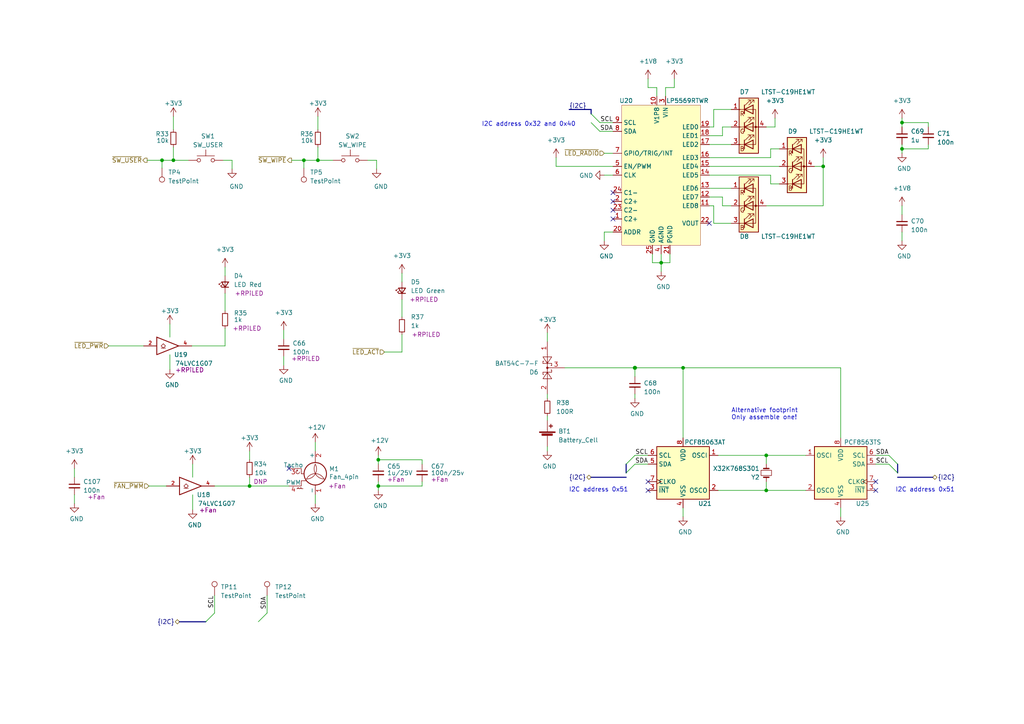
<source format=kicad_sch>
(kicad_sch (version 20210621) (generator eeschema)
  (paper "A4")
  (title_block (title "Control/RTC") (date "2021-01-12") (rev "0.1") (company "Nabu Casa") (comment 1 "www.nabucasa.com") (comment 2 "Light Blue"))
  (lib_symbols
    (symbol "74xGxx:74LVC1G07" (pin_names (offset 1.016))
      (property "Reference" "U" (at -2.54 3.81 0))
      (property "Value" "74LVC1G07" (at 0 -3.81 0))
      (symbol "74LVC1G07_0_1"
        (polyline (pts (xy -2.54 -0.635) (xy -1.27 -0.635)))
        (polyline (pts (xy -3.81 2.54) (xy -3.81 -2.54) (xy 2.54 0) (xy -3.81 2.54)) (stroke (width 0.254)))
        (polyline (pts (xy -1.905 0.635) (xy -2.54 0) (xy -1.905 -0.635) (xy -1.27 0) (xy -1.905 0.635)))
      )
      (symbol "74LVC1G07_1_1"
        (pin input line (at -7.62 0 0) (length 3.81) (name "~") (number "2"))
        (pin power_in line (at 0 -2.54 270) (length 0) hide (name "GND") (number "3"))
        (pin open_collector line (at 6.35 0 180) (length 3.81) (name "~") (number "4"))
        (pin power_in line (at 0 2.54 90) (length 0) hide (name "VCC") (number "5"))
      )
    )
    (symbol "Connector:TestPoint" (pin_numbers hide) (pin_names (offset 0.762) hide)
      (property "Reference" "TP" (at 0 6.858 0))
      (property "Value" "TestPoint" (at 0 5.08 0))
      (symbol "TestPoint_0_1"
        (circle (center 0 3.302) (radius 0.762))
      )
      (symbol "TestPoint_1_1"
        (pin passive line (at 0 0 90) (length 2.54) (name "1") (number "1"))
      )
    )
    (symbol "Device:Battery_Cell" (pin_numbers hide) (pin_names (offset 0) hide)
      (property "Reference" "BT" (at 2.54 2.54 0))
      (property "Value" "Battery_Cell" (at 2.54 0 0))
      (symbol "Battery_Cell_0_1"
        (rectangle (start -2.286 1.778) (end 2.286 1.524) (fill (type outline)))
        (rectangle (start -1.5748 1.1938) (end 1.4732 0.6858) (fill (type outline)))
        (polyline (pts (xy 0 0.762) (xy 0 0)))
        (polyline (pts (xy 0 1.778) (xy 0 2.54)))
        (polyline (pts (xy 0.508 3.429) (xy 1.524 3.429)) (stroke (width 0.254)))
        (polyline (pts (xy 1.016 3.937) (xy 1.016 2.921)) (stroke (width 0.254)))
      )
      (symbol "Battery_Cell_1_1"
        (pin passive line (at 0 5.08 270) (length 2.54) (name "+") (number "1"))
        (pin passive line (at 0 -2.54 90) (length 2.54) (name "-") (number "2"))
      )
    )
    (symbol "Device:C_Small" (pin_numbers hide) (pin_names (offset 0.254) hide)
      (property "Reference" "C" (at 0.254 1.778 0))
      (property "Value" "C_Small" (at 0.254 -2.032 0))
      (symbol "C_Small_0_1"
        (polyline (pts (xy -1.524 -0.508) (xy 1.524 -0.508)) (stroke (width 0.3302)))
        (polyline (pts (xy -1.524 0.508) (xy 1.524 0.508)) (stroke (width 0.3048)))
      )
      (symbol "C_Small_1_1"
        (pin passive line (at 0 2.54 270) (length 2.032) (name "~") (number "1"))
        (pin passive line (at 0 -2.54 90) (length 2.032) (name "~") (number "2"))
      )
    )
    (symbol "Device:Crystal_Small" (pin_numbers hide) (pin_names (offset 1.016) hide)
      (property "Reference" "Y" (at 0 2.54 0))
      (property "Value" "Crystal_Small" (at 0 -2.54 0))
      (symbol "Crystal_Small_0_1"
        (rectangle (start -0.762 -1.524) (end 0.762 1.524))
        (polyline (pts (xy -1.27 -0.762) (xy -1.27 0.762)) (stroke (width 0.381)))
        (polyline (pts (xy 1.27 -0.762) (xy 1.27 0.762)) (stroke (width 0.381)))
      )
      (symbol "Crystal_Small_1_1"
        (pin passive line (at -2.54 0 0) (length 1.27) (name "1") (number "1"))
        (pin passive line (at 2.54 0 180) (length 1.27) (name "2") (number "2"))
      )
    )
    (symbol "Device:LED_RGBA" (pin_names (offset 0) hide)
      (property "Reference" "D" (at 0 9.398 0))
      (property "Value" "LED_RGBA" (at 0 -8.89 0))
      (symbol "LED_RGBA_0_0"
        (text "B" (at -1.905 -6.35 0) (effects (font (size 1.27 1.27))))
        (text "G" (at -1.905 -1.27 0) (effects (font (size 1.27 1.27))))
        (text "R" (at -1.905 3.81 0) (effects (font (size 1.27 1.27))))
      )
      (symbol "LED_RGBA_0_1"
        (circle (center 2.032 0) (radius 0.254) (fill (type outline)))
        (rectangle (start 1.27 -1.27) (end 1.27 1.27))
        (rectangle (start 1.27 1.27) (end 1.27 1.27))
        (rectangle (start 1.27 3.81) (end 1.27 6.35))
        (rectangle (start 1.27 6.35) (end 1.27 6.35))
        (rectangle (start 2.794 8.382) (end -2.794 -7.62) (stroke (width 0.254)) (fill (type background)))
        (polyline (pts (xy -1.27 -5.08) (xy -2.54 -5.08)))
        (polyline (pts (xy -1.27 -5.08) (xy 1.27 -5.08)))
        (polyline (pts (xy -1.27 -3.81) (xy -1.27 -6.35)) (stroke (width 0.254)))
        (polyline (pts (xy -1.27 0) (xy -2.54 0)))
        (polyline (pts (xy -1.27 1.27) (xy -1.27 -1.27)) (stroke (width 0.254)))
        (polyline (pts (xy -1.27 5.08) (xy -2.54 5.08)))
        (polyline (pts (xy -1.27 5.08) (xy 1.27 5.08)))
        (polyline (pts (xy -1.27 6.35) (xy -1.27 3.81)) (stroke (width 0.254)))
        (polyline (pts (xy 1.27 0) (xy -1.27 0)))
        (polyline (pts (xy 1.27 0) (xy 2.54 0)))
        (polyline (pts (xy -1.27 1.27) (xy -1.27 -1.27) (xy -1.27 -1.27)))
        (polyline (pts (xy -1.27 6.35) (xy -1.27 3.81) (xy -1.27 3.81)))
        (polyline (pts (xy 1.27 -5.08) (xy 2.032 -5.08) (xy 2.032 5.08) (xy 1.27 5.08)))
        (polyline (pts (xy 1.27 -3.81) (xy 1.27 -6.35) (xy -1.27 -5.08) (xy 1.27 -3.81)) (stroke (width 0.254)))
        (polyline (pts (xy 1.27 1.27) (xy 1.27 -1.27) (xy -1.27 0) (xy 1.27 1.27)) (stroke (width 0.254)))
        (polyline (pts (xy 1.27 6.35) (xy 1.27 3.81) (xy -1.27 5.08) (xy 1.27 6.35)) (stroke (width 0.254)))
        (polyline (pts (xy -1.016 -3.81) (xy 0.508 -2.286) (xy -0.254 -2.286) (xy 0.508 -2.286) (xy 0.508 -3.048)))
        (polyline (pts (xy -1.016 1.27) (xy 0.508 2.794) (xy -0.254 2.794) (xy 0.508 2.794) (xy 0.508 2.032)))
        (polyline (pts (xy -1.016 6.35) (xy 0.508 7.874) (xy -0.254 7.874) (xy 0.508 7.874) (xy 0.508 7.112)))
        (polyline (pts (xy 0 -3.81) (xy 1.524 -2.286) (xy 0.762 -2.286) (xy 1.524 -2.286) (xy 1.524 -3.048)))
        (polyline (pts (xy 0 1.27) (xy 1.524 2.794) (xy 0.762 2.794) (xy 1.524 2.794) (xy 1.524 2.032)))
        (polyline (pts (xy 0 6.35) (xy 1.524 7.874) (xy 0.762 7.874) (xy 1.524 7.874) (xy 1.524 7.112)))
      )
      (symbol "LED_RGBA_1_1"
        (pin passive line (at -5.08 5.08 0) (length 2.54) (name "RK") (number "1"))
        (pin passive line (at -5.08 0 0) (length 2.54) (name "GK") (number "2"))
        (pin passive line (at -5.08 -5.08 0) (length 2.54) (name "BK") (number "3"))
        (pin passive line (at 5.08 0 180) (length 2.54) (name "A") (number "4"))
      )
    )
    (symbol "Device:LED_Small" (pin_numbers hide) (pin_names (offset 0.254) hide)
      (property "Reference" "D" (at -1.27 3.175 0))
      (property "Value" "LED_Small" (at -4.445 -2.54 0))
      (symbol "LED_Small_0_1"
        (polyline (pts (xy -0.762 -1.016) (xy -0.762 1.016)) (stroke (width 0.254)))
        (polyline (pts (xy 1.016 0) (xy -0.762 0)))
        (polyline (pts (xy 0.762 -1.016) (xy -0.762 0) (xy 0.762 1.016) (xy 0.762 -1.016)) (stroke (width 0.254)))
        (polyline (pts (xy 0 0.762) (xy -0.508 1.27) (xy -0.254 1.27) (xy -0.508 1.27) (xy -0.508 1.016)))
        (polyline (pts (xy 0.508 1.27) (xy 0 1.778) (xy 0.254 1.778) (xy 0 1.778) (xy 0 1.524)))
      )
      (symbol "LED_Small_1_1"
        (pin passive line (at -2.54 0 0) (length 1.778) (name "K") (number "1"))
        (pin passive line (at 2.54 0 180) (length 1.778) (name "A") (number "2"))
      )
    )
    (symbol "Device:R_Small" (pin_numbers hide) (pin_names (offset 0.254) hide)
      (property "Reference" "R" (at 0.762 0.508 0))
      (property "Value" "R_Small" (at 0.762 -1.016 0))
      (symbol "R_Small_0_1"
        (rectangle (start -0.762 1.778) (end 0.762 -1.778) (stroke (width 0.2032)))
      )
      (symbol "R_Small_1_1"
        (pin passive line (at 0 2.54 270) (length 0.762) (name "~") (number "1"))
        (pin passive line (at 0 -2.54 90) (length 0.762) (name "~") (number "2"))
      )
    )
    (symbol "Diode:BAT54C" (pin_names (offset 1.016))
      (property "Reference" "D" (at 0.635 -3.81 0))
      (property "Value" "BAT54C" (at -6.35 3.175 0))
      (symbol "BAT54C_0_1"
        (circle (center 0 0) (radius 0.254) (fill (type outline)))
        (polyline (pts (xy -1.905 0) (xy 1.905 0)))
        (polyline (pts (xy -1.905 1.27) (xy -1.905 1.016)))
        (polyline (pts (xy -1.27 -1.27) (xy -0.635 -1.27)))
        (polyline (pts (xy -1.27 0) (xy -3.81 0)))
        (polyline (pts (xy -1.27 1.27) (xy -1.905 1.27)))
        (polyline (pts (xy -1.27 1.27) (xy -1.27 -1.27)))
        (polyline (pts (xy -0.635 -1.27) (xy -0.635 -1.016)))
        (polyline (pts (xy 0.635 -1.27) (xy 0.635 -1.016)))
        (polyline (pts (xy 1.27 -1.27) (xy 0.635 -1.27)))
        (polyline (pts (xy 1.27 1.27) (xy 1.27 -1.27)))
        (polyline (pts (xy 1.27 1.27) (xy 1.905 1.27)))
        (polyline (pts (xy 1.905 1.27) (xy 1.905 1.016)))
        (polyline (pts (xy 3.81 0) (xy 1.27 0)))
        (polyline (pts (xy -3.175 -1.27) (xy -3.175 1.27) (xy -1.27 0) (xy -3.175 -1.27)))
        (polyline (pts (xy 3.175 -1.27) (xy 3.175 1.27) (xy 1.27 0) (xy 3.175 -1.27)))
      )
      (symbol "BAT54C_1_1"
        (pin passive line (at -7.62 0 0) (length 3.81) (name "~") (number "1"))
        (pin passive line (at 7.62 0 180) (length 3.81) (name "~") (number "2"))
        (pin passive line (at 0 -5.08 90) (length 5.08) (name "~") (number "3"))
      )
    )
    (symbol "LightBlue:LP5569"
      (property "Reference" "U" (at -10.16 21.59 0))
      (property "Value" "LP5569" (at 7.62 21.59 0))
      (symbol "LP5569_0_1"
        (rectangle (start -11.43 20.32) (end 11.43 -20.32) (stroke (width 0.0006)) (fill (type background)))
      )
      (symbol "LP5569_1_1"
        (pin input line (at -13.97 -12.7 0) (length 2.54) (name "C2+") (number "1"))
        (pin input line (at -1.27 22.86 270) (length 2.54) (name "V1P8") (number "10"))
        (pin output line (at 13.97 -8.89 180) (length 2.54) (name "LED8") (number "11"))
        (pin output line (at 13.97 -6.35 180) (length 2.54) (name "LED7") (number "12"))
        (pin output line (at 13.97 -3.81 180) (length 2.54) (name "LED6") (number "13"))
        (pin output line (at 13.97 0 180) (length 2.54) (name "LED5") (number "14"))
        (pin output line (at 13.97 2.54 180) (length 2.54) (name "LED4") (number "15"))
        (pin output line (at 13.97 5.08 180) (length 2.54) (name "LED3") (number "16"))
        (pin output line (at 13.97 8.89 180) (length 2.54) (name "LED2") (number "17"))
        (pin output line (at 13.97 11.43 180) (length 2.54) (name "LED1") (number "18"))
        (pin output line (at 13.97 13.97 180) (length 2.54) (name "LED0") (number "19"))
        (pin input line (at -13.97 -7.62 0) (length 2.54) (name "C2+") (number "2"))
        (pin input line (at -13.97 -16.51 0) (length 2.54) (name "ADDR") (number "20"))
        (pin input line (at 2.54 -22.86 90) (length 2.54) (name "PGND") (number "21"))
        (pin output line (at 13.97 -13.97 180) (length 2.54) (name "VOUT") (number "22"))
        (pin input line (at -13.97 -10.16 0) (length 2.54) (name "C2-") (number "23"))
        (pin input line (at -13.97 -5.08 0) (length 2.54) (name "C1-") (number "24"))
        (pin input line (at -2.54 -22.86 90) (length 2.54) (name "GND") (number "25"))
        (pin input line (at 1.27 22.86 270) (length 2.54) (name "VIN") (number "3"))
        (pin input line (at 0 -22.86 90) (length 2.54) (name "AGND") (number "4"))
        (pin input line (at -13.97 2.54 0) (length 2.54) (name "EN/PWM") (number "5"))
        (pin input line (at -13.97 0 0) (length 2.54) (name "CLK") (number "6"))
        (pin input line (at -13.97 6.35 0) (length 2.54) (name "GPIO/TRIG/INT") (number "7"))
        (pin bidirectional line (at -13.97 12.7 0) (length 2.54) (name "SDA") (number "8"))
        (pin input line (at -13.97 15.24 0) (length 2.54) (name "SCL") (number "9"))
      )
    )
    (symbol "Motor:Fan_4pin" (pin_names (offset 0))
      (property "Reference" "M" (at 2.54 5.08 0))
      (property "Value" "Fan_4pin" (at 2.54 -2.54 0))
      (symbol "Fan_4pin_0_0"
        (arc (start -5.588 1.524) (end -5.08 2.032) (radius (at -5.08 1.524) (length 0.508) (angles 180 90)))
        (arc (start -5.588 1.524) (end -4.572 1.524) (radius (at -5.08 1.524) (length 0.508) (angles -179.9 -0.1)))
        (polyline (pts (xy -5.08 2.032) (xy -5.334 2.159)))
        (polyline (pts (xy -5.08 2.032) (xy -5.207 1.778)))
        (polyline (pts (xy -4.064 2.54) (xy -4.064 1.016) (xy -3.302 1.016)))
      )
      (symbol "Fan_4pin_0_1"
        (arc (start 0 3.81) (end -2.54 -0.508) (radius (at -2.4892 2.3876) (length 2.8702) (angles 29.7 -91)))
        (arc (start -2.54 -0.508) (end 2.54 -0.508) (radius (at 0 -1.778) (length 2.8448) (angles 153.4 26.6)))
        (arc (start 2.54 -0.508) (end 0 3.81) (radius (at 2.6162 2.413) (length 2.921) (angles -91.5 151.9)))
        (circle (center 0 1.016) (radius 3.2512) (stroke (width 0.254)))
        (polyline (pts (xy -4.064 2.54) (xy -5.08 2.54)))
        (polyline (pts (xy 0 -5.08) (xy 0 -4.572)))
        (polyline (pts (xy 0 -2.2352) (xy 0 -2.6416)))
        (polyline (pts (xy 0 4.2672) (xy 0 4.6228)))
        (polyline (pts (xy 0 4.572) (xy 0 5.08)))
        (polyline (pts (xy -2.54 -1.016) (xy -4.064 -1.016) (xy -4.064 -2.54) (xy -5.08 -2.54)))
        (polyline (pts (xy -5.334 -3.302) (xy -5.08 -3.302) (xy -5.08 -3.048) (xy -4.826 -3.048) (xy -4.826 -3.302) (xy -4.318 -3.302) (xy -4.318 -3.048) (xy -4.064 -3.048) (xy -4.064 -3.302) (xy -3.556 -3.302)))
      )
      (symbol "Fan_4pin_1_1"
        (pin passive line (at 0 -5.08 90) (length 2.54) (name "-") (number "1"))
        (pin passive line (at 0 7.62 270) (length 2.54) (name "+") (number "2"))
        (pin passive line (at -7.62 2.54 0) (length 2.54) (name "Tacho") (number "3"))
        (pin input line (at -7.62 -2.54 0) (length 2.54) (name "PWM") (number "4"))
      )
    )
    (symbol "Switch:SW_Push" (pin_numbers hide) (pin_names (offset 1.016) hide)
      (property "Reference" "SW" (at 1.27 2.54 0))
      (property "Value" "SW_Push" (at 0 -1.524 0))
      (symbol "SW_Push_0_1"
        (circle (center -2.032 0) (radius 0.508))
        (circle (center 2.032 0) (radius 0.508))
        (polyline (pts (xy 0 1.27) (xy 0 3.048)))
        (polyline (pts (xy 2.54 1.27) (xy -2.54 1.27)))
        (pin passive line (at -5.08 0 0) (length 2.54) (name "1") (number "1"))
        (pin passive line (at 5.08 0 180) (length 2.54) (name "2") (number "2"))
      )
    )
    (symbol "Timer_RTC:PCF8563T"
      (property "Reference" "U" (at -7.62 8.89 0))
      (property "Value" "PCF8563T" (at 2.54 8.89 0))
      (symbol "PCF8563T_0_1"
        (rectangle (start -7.62 7.62) (end 7.62 -7.62) (stroke (width 0.254)) (fill (type background)))
      )
      (symbol "PCF8563T_1_1"
        (pin input line (at -10.16 5.08 0) (length 2.54) (name "OSCI") (number "1"))
        (pin output line (at -10.16 -5.08 0) (length 2.54) (name "OSCO") (number "2"))
        (pin output line (at 10.16 -5.08 180) (length 2.54) (name "~{INT}") (number "3"))
        (pin power_in line (at 0 -10.16 90) (length 2.54) (name "VSS") (number "4"))
        (pin bidirectional line (at 10.16 2.54 180) (length 2.54) (name "SDA") (number "5"))
        (pin input line (at 10.16 5.08 180) (length 2.54) (name "SCL") (number "6"))
        (pin output clock (at 10.16 -2.54 180) (length 2.54) (name "CLKO") (number "7"))
        (pin power_in line (at 0 10.16 270) (length 2.54) (name "VDD") (number "8"))
      )
    )
    (symbol "Timer_RTC:PCF8563TS"
      (property "Reference" "U" (at -7.62 8.89 0))
      (property "Value" "PCF8563TS" (at 2.54 8.89 0))
      (symbol "PCF8563TS_0_1"
        (rectangle (start -7.62 7.62) (end 7.62 -7.62) (stroke (width 0.254)) (fill (type background)))
      )
      (symbol "PCF8563TS_1_1"
        (pin input line (at -10.16 5.08 0) (length 2.54) (name "OSCI") (number "1"))
        (pin output line (at -10.16 -5.08 0) (length 2.54) (name "OSCO") (number "2"))
        (pin output line (at 10.16 -5.08 180) (length 2.54) (name "~{INT}") (number "3"))
        (pin power_in line (at 0 -10.16 90) (length 2.54) (name "VSS") (number "4"))
        (pin bidirectional line (at 10.16 2.54 180) (length 2.54) (name "SDA") (number "5"))
        (pin input line (at 10.16 5.08 180) (length 2.54) (name "SCL") (number "6"))
        (pin output clock (at 10.16 -2.54 180) (length 2.54) (name "CLKO") (number "7"))
        (pin power_in line (at 0 10.16 270) (length 2.54) (name "VDD") (number "8"))
      )
    )
    (symbol "power:+12V" (power) (pin_names (offset 0))
      (property "Value" "+12V" (at 0 3.556 0))
      (symbol "+12V_0_1"
        (polyline (pts (xy -0.762 1.27) (xy 0 2.54)))
        (polyline (pts (xy 0 0) (xy 0 2.54)))
        (polyline (pts (xy 0 2.54) (xy 0.762 1.27)))
      )
      (symbol "+12V_1_1"
        (pin power_in line (at 0 0 90) (length 0) hide (name "+12V") (number "1"))
      )
    )
    (symbol "power:+1V8" (power) (pin_names (offset 0))
      (property "Value" "+1V8" (at 0 3.556 0))
      (symbol "+1V8_0_1"
        (polyline (pts (xy -0.762 1.27) (xy 0 2.54)))
        (polyline (pts (xy 0 0) (xy 0 2.54)))
        (polyline (pts (xy 0 2.54) (xy 0.762 1.27)))
      )
      (symbol "+1V8_1_1"
        (pin power_in line (at 0 0 90) (length 0) hide (name "+1V8") (number "1"))
      )
    )
    (symbol "power:+3V3" (power) (pin_names (offset 0))
      (property "Value" "+3V3" (at 0 3.556 0))
      (symbol "+3V3_0_1"
        (polyline (pts (xy -0.762 1.27) (xy 0 2.54)))
        (polyline (pts (xy 0 0) (xy 0 2.54)))
        (polyline (pts (xy 0 2.54) (xy 0.762 1.27)))
      )
      (symbol "+3V3_1_1"
        (pin power_in line (at 0 0 90) (length 0) hide (name "+3V3") (number "1"))
      )
    )
    (symbol "power:GND" (power) (pin_names (offset 0))
      (property "Value" "GND" (at 0 -3.81 0))
      (symbol "GND_0_1"
        (polyline (pts (xy 0 0) (xy 0 -1.27) (xy 1.27 -1.27) (xy 0 -2.54) (xy -1.27 -1.27) (xy 0 -1.27)))
      )
      (symbol "GND_1_1"
        (pin power_in line (at 0 0 270) (length 0) hide (name "GND") (number "1"))
      )
    )
  )
  (junction (at 46.99 46.482) (diameter 0.9144))
  (junction (at 50.292 46.482) (diameter 0.9144))
  (junction (at 72.39 140.97) (diameter 0.9144))
  (junction (at 88.138 46.482) (diameter 0.9144))
  (junction (at 92.202 46.482) (diameter 0.9144))
  (junction (at 109.728 133.35) (diameter 0.9144))
  (junction (at 109.728 140.97) (diameter 0.9144))
  (junction (at 184.15 106.68) (diameter 1.016))
  (junction (at 191.77 76.2) (diameter 0.9144))
  (junction (at 198.12 106.68) (diameter 0.9144))
  (junction (at 222.25 132.08) (diameter 0.9144))
  (junction (at 222.25 142.24) (diameter 0.9144))
  (junction (at 238.76 48.26) (diameter 0.9144))
  (junction (at 261.62 35.56) (diameter 0.9144))
  (junction (at 261.62 43.18) (diameter 0.9144))
  (no_connect (at 83.82 135.89))
  (no_connect (at 177.8 55.88))
  (no_connect (at 177.8 58.42))
  (no_connect (at 177.8 60.96))
  (no_connect (at 177.8 63.5))
  (no_connect (at 187.96 139.7))
  (no_connect (at 187.96 142.24))
  (no_connect (at 205.74 64.77))
  (no_connect (at 254 139.7))
  (no_connect (at 254 142.24))
  (bus_entry (at 59.69 180.34) (size 2.54 -2.54) (stroke (width 0.1524)))
  (bus_entry (at 74.93 180.34) (size 2.54 -2.54) (stroke (width 0.1524)))
  (bus_entry (at 171.45 33.02) (size 2.54 2.54) (stroke (width 0.1524)))
  (bus_entry (at 171.45 35.56) (size 2.54 2.54) (stroke (width 0.1524)))
  (bus_entry (at 181.61 134.62) (size 2.54 -2.54) (stroke (width 0.1524)))
  (bus_entry (at 181.61 137.16) (size 2.54 -2.54) (stroke (width 0.1524)))
  (bus_entry (at 260.35 134.62) (size -2.54 -2.54) (stroke (width 0.1524)))
  (bus_entry (at 260.35 137.16) (size -2.54 -2.54) (stroke (width 0.1524)))
  (wire (pts (xy 21.59 135.89) (xy 21.59 138.43)))
  (wire (pts (xy 21.59 143.51) (xy 21.59 146.05)))
  (wire (pts (xy 31.496 100.33) (xy 41.656 100.33)))
  (wire (pts (xy 42.672 46.482) (xy 46.99 46.482)))
  (wire (pts (xy 43.18 140.97) (xy 48.26 140.97)))
  (wire (pts (xy 46.99 46.482) (xy 46.99 48.768)))
  (wire (pts (xy 46.99 46.482) (xy 50.292 46.482)))
  (wire (pts (xy 49.276 93.98) (xy 49.276 97.79)))
  (wire (pts (xy 49.276 102.87) (xy 49.276 107.188)))
  (wire (pts (xy 50.292 37.592) (xy 50.292 33.782)))
  (wire (pts (xy 50.292 42.672) (xy 50.292 46.482)))
  (wire (pts (xy 50.292 46.482) (xy 54.61 46.482)))
  (wire (pts (xy 55.626 100.33) (xy 65.278 100.33)))
  (wire (pts (xy 55.88 134.62) (xy 55.88 138.43)))
  (wire (pts (xy 55.88 143.51) (xy 55.88 147.828)))
  (wire (pts (xy 62.23 140.97) (xy 72.39 140.97)))
  (wire (pts (xy 62.23 172.72) (xy 62.23 177.8)))
  (wire (pts (xy 64.77 46.482) (xy 67.31 46.482)))
  (wire (pts (xy 65.278 77.47) (xy 65.278 80.01)))
  (wire (pts (xy 65.278 85.09) (xy 65.278 90.17)))
  (wire (pts (xy 65.278 100.33) (xy 65.278 95.25)))
  (wire (pts (xy 67.31 46.482) (xy 67.31 49.022)))
  (wire (pts (xy 72.39 133.35) (xy 72.39 130.81)))
  (wire (pts (xy 72.39 138.43) (xy 72.39 140.97)))
  (wire (pts (xy 72.39 140.97) (xy 83.82 140.97)))
  (wire (pts (xy 77.47 172.72) (xy 77.47 177.8)))
  (wire (pts (xy 82.296 95.758) (xy 82.296 98.298)))
  (wire (pts (xy 82.296 103.378) (xy 82.296 105.918)))
  (wire (pts (xy 84.582 46.482) (xy 88.138 46.482)))
  (wire (pts (xy 88.138 46.482) (xy 88.138 48.768)))
  (wire (pts (xy 88.138 46.482) (xy 92.202 46.482)))
  (wire (pts (xy 91.44 128.27) (xy 91.44 130.81)))
  (wire (pts (xy 91.44 143.51) (xy 91.44 146.05)))
  (wire (pts (xy 92.202 37.592) (xy 92.202 33.782)))
  (wire (pts (xy 92.202 42.672) (xy 92.202 46.482)))
  (wire (pts (xy 92.202 46.482) (xy 96.52 46.482)))
  (wire (pts (xy 106.68 46.482) (xy 109.22 46.482)))
  (wire (pts (xy 109.22 46.482) (xy 109.22 49.022)))
  (wire (pts (xy 109.728 132.08) (xy 109.728 133.35)))
  (wire (pts (xy 109.728 133.35) (xy 109.728 134.62)))
  (wire (pts (xy 109.728 133.35) (xy 122.428 133.35)))
  (wire (pts (xy 109.728 139.7) (xy 109.728 140.97)))
  (wire (pts (xy 109.728 140.97) (xy 109.728 142.24)))
  (wire (pts (xy 109.728 140.97) (xy 122.428 140.97)))
  (wire (pts (xy 111.506 102.108) (xy 116.586 102.108)))
  (wire (pts (xy 116.586 79.248) (xy 116.586 81.788)))
  (wire (pts (xy 116.586 86.868) (xy 116.586 91.948)))
  (wire (pts (xy 116.586 97.028) (xy 116.586 102.108)))
  (wire (pts (xy 122.428 134.62) (xy 122.428 133.35)))
  (wire (pts (xy 122.428 139.7) (xy 122.428 140.97)))
  (wire (pts (xy 158.75 96.52) (xy 158.75 99.06)))
  (wire (pts (xy 158.75 114.3) (xy 158.75 115.57)))
  (wire (pts (xy 158.75 120.65) (xy 158.75 121.92)))
  (wire (pts (xy 158.75 129.54) (xy 158.75 130.81)))
  (wire (pts (xy 161.29 45.72) (xy 161.29 48.26)))
  (wire (pts (xy 161.29 48.26) (xy 177.8 48.26)))
  (wire (pts (xy 163.83 106.68) (xy 184.15 106.68)))
  (wire (pts (xy 175.26 44.45) (xy 177.8 44.45)))
  (wire (pts (xy 175.26 50.8) (xy 177.8 50.8)))
  (wire (pts (xy 175.26 67.31) (xy 177.8 67.31)))
  (wire (pts (xy 175.26 69.85) (xy 175.26 67.31)))
  (wire (pts (xy 177.8 35.56) (xy 173.99 35.56)))
  (wire (pts (xy 177.8 38.1) (xy 173.99 38.1)))
  (wire (pts (xy 184.15 106.68) (xy 184.15 109.22)))
  (wire (pts (xy 184.15 106.68) (xy 198.12 106.68)))
  (wire (pts (xy 184.15 114.3) (xy 184.15 115.57)))
  (wire (pts (xy 187.96 22.86) (xy 187.96 25.4)))
  (wire (pts (xy 187.96 25.4) (xy 190.5 25.4)))
  (wire (pts (xy 187.96 132.08) (xy 184.15 132.08)))
  (wire (pts (xy 187.96 134.62) (xy 184.15 134.62)))
  (wire (pts (xy 189.23 73.66) (xy 189.23 76.2)))
  (wire (pts (xy 189.23 76.2) (xy 191.77 76.2)))
  (wire (pts (xy 190.5 25.4) (xy 190.5 27.94)))
  (wire (pts (xy 191.77 73.66) (xy 191.77 76.2)))
  (wire (pts (xy 191.77 76.2) (xy 191.77 78.74)))
  (wire (pts (xy 191.77 76.2) (xy 194.31 76.2)))
  (wire (pts (xy 193.04 25.4) (xy 193.04 27.94)))
  (wire (pts (xy 194.31 76.2) (xy 194.31 73.66)))
  (wire (pts (xy 195.58 22.86) (xy 195.58 25.4)))
  (wire (pts (xy 195.58 25.4) (xy 193.04 25.4)))
  (wire (pts (xy 198.12 106.68) (xy 198.12 127)))
  (wire (pts (xy 198.12 147.32) (xy 198.12 149.86)))
  (wire (pts (xy 205.74 36.83) (xy 207.01 36.83)))
  (wire (pts (xy 205.74 39.37) (xy 209.55 39.37)))
  (wire (pts (xy 205.74 41.91) (xy 212.09 41.91)))
  (wire (pts (xy 205.74 45.72) (xy 223.52 45.72)))
  (wire (pts (xy 205.74 48.26) (xy 226.06 48.26)))
  (wire (pts (xy 205.74 50.8) (xy 223.52 50.8)))
  (wire (pts (xy 205.74 54.61) (xy 212.09 54.61)))
  (wire (pts (xy 205.74 57.15) (xy 209.55 57.15)))
  (wire (pts (xy 205.74 59.69) (xy 207.01 59.69)))
  (wire (pts (xy 207.01 31.75) (xy 212.09 31.75)))
  (wire (pts (xy 207.01 36.83) (xy 207.01 31.75)))
  (wire (pts (xy 207.01 59.69) (xy 207.01 64.77)))
  (wire (pts (xy 207.01 64.77) (xy 212.09 64.77)))
  (wire (pts (xy 208.28 132.08) (xy 222.25 132.08)))
  (wire (pts (xy 208.28 142.24) (xy 222.25 142.24)))
  (wire (pts (xy 209.55 36.83) (xy 212.09 36.83)))
  (wire (pts (xy 209.55 39.37) (xy 209.55 36.83)))
  (wire (pts (xy 209.55 57.15) (xy 209.55 59.69)))
  (wire (pts (xy 209.55 59.69) (xy 212.09 59.69)))
  (wire (pts (xy 222.25 36.83) (xy 224.79 36.83)))
  (wire (pts (xy 222.25 59.69) (xy 238.76 59.69)))
  (wire (pts (xy 222.25 132.08) (xy 233.68 132.08)))
  (wire (pts (xy 222.25 134.62) (xy 222.25 132.08)))
  (wire (pts (xy 222.25 139.7) (xy 222.25 142.24)))
  (wire (pts (xy 222.25 142.24) (xy 233.68 142.24)))
  (wire (pts (xy 223.52 43.18) (xy 226.06 43.18)))
  (wire (pts (xy 223.52 45.72) (xy 223.52 43.18)))
  (wire (pts (xy 223.52 50.8) (xy 223.52 53.34)))
  (wire (pts (xy 223.52 53.34) (xy 226.06 53.34)))
  (wire (pts (xy 224.79 34.29) (xy 224.79 36.83)))
  (wire (pts (xy 236.22 48.26) (xy 238.76 48.26)))
  (wire (pts (xy 238.76 48.26) (xy 238.76 45.72)))
  (wire (pts (xy 238.76 59.69) (xy 238.76 48.26)))
  (wire (pts (xy 243.84 106.68) (xy 198.12 106.68)))
  (wire (pts (xy 243.84 127) (xy 243.84 106.68)))
  (wire (pts (xy 243.84 147.32) (xy 243.84 149.86)))
  (wire (pts (xy 254 132.08) (xy 257.81 132.08)))
  (wire (pts (xy 254 134.62) (xy 257.81 134.62)))
  (wire (pts (xy 261.62 34.29) (xy 261.62 35.56)))
  (wire (pts (xy 261.62 35.56) (xy 261.62 36.83)))
  (wire (pts (xy 261.62 41.91) (xy 261.62 43.18)))
  (wire (pts (xy 261.62 43.18) (xy 261.62 44.45)))
  (wire (pts (xy 261.62 43.18) (xy 269.24 43.18)))
  (wire (pts (xy 261.62 59.69) (xy 261.62 62.23)))
  (wire (pts (xy 261.62 67.31) (xy 261.62 69.85)))
  (wire (pts (xy 269.24 35.56) (xy 261.62 35.56)))
  (wire (pts (xy 269.24 36.83) (xy 269.24 35.56)))
  (wire (pts (xy 269.24 41.91) (xy 269.24 43.18)))
  (bus (pts (xy 52.07 180.34) (xy 74.93 180.34)))
  (bus (pts (xy 165.1 31.75) (xy 171.45 31.75)))
  (bus (pts (xy 171.45 31.75) (xy 171.45 35.56)))
  (bus (pts (xy 181.61 134.62) (xy 181.61 138.43)))
  (bus (pts (xy 181.61 138.43) (xy 171.45 138.43)))
  (bus (pts (xy 260.35 134.62) (xy 260.35 138.43)))
  (bus (pts (xy 260.35 138.43) (xy 270.51 138.43)))
  (text "I2C address 0x32 and 0x40" (at 139.7 36.83 0) (effects (font (size 1.27 1.27)) (justify left bottom)))
  (text "I2C address 0x51" (at 182.245 142.875 180) (effects (font (size 1.27 1.27)) (justify right bottom)))
  (text "Alternative footprint\nOnly assemble one!" (at 212.09 121.92 0) (effects (font (size 1.27 1.27)) (justify left bottom)))
  (text "I2C address 0x51" (at 259.715 142.875 0) (effects (font (size 1.27 1.27)) (justify left bottom)))
  (label "SCL" (at 62.23 172.72 270))
  (label "SDA" (at 77.47 172.974 270))
  (label "{I2C}" (at 165.1 31.75 0))
  (label "SCL" (at 177.8 35.56 180))
  (label "SDA" (at 177.8 38.1 180))
  (label "SCL" (at 187.96 132.08 180))
  (label "SDA" (at 187.96 134.62 180))
  (label "SDA" (at 254 132.08 0))
  (label "SCL" (at 254 134.62 0))
  (hierarchical_label "~{LED_PWR}" (shape input) (at 31.496 100.33 180))
  (hierarchical_label "~{SW_USER}" (shape output) (at 42.672 46.482 180))
  (hierarchical_label "~{FAN_PWM}" (shape input) (at 43.18 140.97 180))
  (hierarchical_label "{I2C}" (shape bidirectional) (at 52.07 180.34 180))
  (hierarchical_label "~{SW_WIPE}" (shape output) (at 84.582 46.482 180))
  (hierarchical_label "~{LED_ACT}" (shape input) (at 111.506 102.108 180))
  (hierarchical_label "{I2C}" (shape bidirectional) (at 171.45 138.43 180))
  (hierarchical_label "~{LED_RADIO}" (shape input) (at 175.26 44.45 180))
  (hierarchical_label "{I2C}" (shape bidirectional) (at 270.51 138.43 0))
  (symbol (lib_id "power:+3V3") (at 21.59 135.89 0) (unit 1)
    (property "Reference" "#PWR027" (effects hide))
    (property "Value" "+3V3" (at 21.59 130.81 0))
  )
  (symbol (lib_id "power:+3V3") (at 49.276 93.98 0) (unit 1)
    (property "Reference" "#PWR0117" (effects hide))
    (property "Value" "+3V3" (at 49.276 90.17 0))
  )
  (symbol (lib_id "power:+3V3") (at 50.292 33.782 0) (unit 1)
    (property "Reference" "#PWR0114" (effects hide))
    (property "Value" "+3V3" (at 50.292 29.972 0))
  )
  (symbol (lib_id "power:+3V3") (at 55.88 134.62 0) (unit 1)
    (property "Reference" "#PWR0115" (effects hide))
    (property "Value" "+3V3" (at 55.88 130.81 0))
  )
  (symbol (lib_id "power:+3V3") (at 65.278 77.47 0) (unit 1)
    (property "Reference" "#PWR0121" (effects hide))
    (property "Value" "+3V3" (at 65.278 72.39 0))
  )
  (symbol (lib_id "power:+3V3") (at 72.39 130.81 0) (unit 1)
    (property "Reference" "#PWR0120" (effects hide))
    (property "Value" "+3V3" (at 72.39 127 0))
  )
  (symbol (lib_id "power:+3V3") (at 82.296 95.758 0) (unit 1)
    (property "Reference" "#PWR0129" (effects hide))
    (property "Value" "+3V3" (at 82.296 90.678 0))
  )
  (symbol (lib_id "power:+12V") (at 91.44 128.27 0) (unit 1)
    (property "Reference" "#PWR0123" (effects hide))
    (property "Value" "+12V" (at 91.8083 123.9456 0))
  )
  (symbol (lib_id "power:+3V3") (at 92.202 33.782 0) (unit 1)
    (property "Reference" "#PWR0122" (effects hide))
    (property "Value" "+3V3" (at 92.202 29.972 0))
  )
  (symbol (lib_id "power:+12V") (at 109.728 132.08 0) (unit 1)
    (property "Reference" "#PWR0126" (effects hide))
    (property "Value" "+12V" (at 110.0963 127.7556 0))
  )
  (symbol (lib_id "power:+3V3") (at 116.586 79.248 0) (unit 1)
    (property "Reference" "#PWR0128" (effects hide))
    (property "Value" "+3V3" (at 116.586 74.168 0))
  )
  (symbol (lib_id "power:+3V3") (at 158.75 96.52 0) (unit 1)
    (property "Reference" "#PWR0136" (effects hide))
    (property "Value" "+3V3" (at 158.75 92.71 0))
  )
  (symbol (lib_id "power:+3V3") (at 161.29 45.72 0) (unit 1)
    (property "Reference" "#PWR0131" (effects hide))
    (property "Value" "+3V3" (at 161.29 40.64 0))
  )
  (symbol (lib_id "power:+1V8") (at 187.96 22.86 0) (unit 1)
    (property "Reference" "#PWR0134" (effects hide))
    (property "Value" "+1V8" (at 187.96 17.78 0))
  )
  (symbol (lib_id "power:+3V3") (at 195.58 22.86 0) (unit 1)
    (property "Reference" "#PWR0138" (effects hide))
    (property "Value" "+3V3" (at 195.58 17.78 0))
  )
  (symbol (lib_id "power:+3V3") (at 224.79 34.29 0) (unit 1)
    (property "Reference" "#PWR0140" (effects hide))
    (property "Value" "+3V3" (at 224.79 29.21 0))
  )
  (symbol (lib_id "power:+3V3") (at 238.76 45.72 0) (unit 1)
    (property "Reference" "#PWR0142" (effects hide))
    (property "Value" "+3V3" (at 238.76 40.64 0))
  )
  (symbol (lib_id "power:+3V3") (at 261.62 34.29 0) (unit 1)
    (property "Reference" "#PWR0143" (effects hide))
    (property "Value" "+3V3" (at 261.62 29.21 0))
  )
  (symbol (lib_id "power:+1V8") (at 261.62 59.69 0) (unit 1)
    (property "Reference" "#PWR0145" (effects hide))
    (property "Value" "+1V8" (at 261.62 54.61 0))
  )
  (symbol (lib_id "Connector:TestPoint") (at 46.99 48.768 180) (unit 1)
    (property "Reference" "TP4" (at 48.768 49.9744 0) (effects (justify right)))
    (property "Value" "TestPoint" (at 48.768 52.5144 0) (effects (justify right)))
    (property "Footprint" "TestPoint:TestPoint_Pad_D1.0mm" (effects hide))
  )
  (symbol (lib_id "Connector:TestPoint") (at 62.23 172.72 0) (unit 1)
    (property "Reference" "TP11" (at 64.008 170.2434 0) (effects (justify left)))
    (property "Value" "TestPoint" (at 64.008 172.7834 0) (effects (justify left)))
    (property "Footprint" "TestPoint:TestPoint_Pad_D1.0mm" (effects hide))
  )
  (symbol (lib_id "Connector:TestPoint") (at 77.47 172.72 0) (unit 1)
    (property "Reference" "TP12" (at 79.756 170.2434 0) (effects (justify left)))
    (property "Value" "TestPoint" (at 79.756 172.7834 0) (effects (justify left)))
    (property "Footprint" "TestPoint:TestPoint_Pad_D1.0mm" (effects hide))
  )
  (symbol (lib_id "Connector:TestPoint") (at 88.138 48.768 180) (unit 1)
    (property "Reference" "TP5" (at 89.916 49.9744 0) (effects (justify right)))
    (property "Value" "TestPoint" (at 89.916 52.5144 0) (effects (justify right)))
    (property "Footprint" "TestPoint:TestPoint_Pad_D1.0mm" (effects hide))
  )
  (symbol (lib_id "power:GND") (at 21.59 146.05 0) (unit 1)
    (property "Reference" "#PWR0196" (effects hide))
    (property "Value" "GND" (at 22.225 150.495 0))
  )
  (symbol (lib_id "power:GND") (at 49.276 107.188 0) (unit 1)
    (property "Reference" "#PWR0118" (effects hide))
    (property "Value" "GND" (at 49.911 111.633 0))
  )
  (symbol (lib_id "power:GND") (at 55.88 147.828 0) (unit 1)
    (property "Reference" "#PWR0116" (effects hide))
    (property "Value" "GND" (at 56.515 152.273 0))
  )
  (symbol (lib_id "power:GND") (at 67.31 49.022 0) (unit 1)
    (property "Reference" "#PWR0119" (effects hide))
    (property "Value" "GND" (at 68.58 54.102 0))
  )
  (symbol (lib_id "power:GND") (at 82.296 105.918 0) (unit 1)
    (property "Reference" "#PWR0130" (effects hide))
    (property "Value" "GND" (at 82.931 110.363 0))
  )
  (symbol (lib_id "power:GND") (at 91.44 146.05 0) (unit 1)
    (property "Reference" "#PWR0124" (effects hide))
    (property "Value" "GND" (at 92.075 150.495 0))
  )
  (symbol (lib_id "power:GND") (at 109.22 49.022 0) (unit 1)
    (property "Reference" "#PWR0125" (effects hide))
    (property "Value" "GND" (at 110.49 54.102 0))
  )
  (symbol (lib_id "power:GND") (at 109.728 142.24 0) (unit 1)
    (property "Reference" "#PWR0127" (effects hide))
    (property "Value" "GND" (at 110.363 146.685 0))
  )
  (symbol (lib_id "power:GND") (at 158.75 130.81 0) (unit 1)
    (property "Reference" "#PWR0137" (effects hide))
    (property "Value" "GND" (at 159.385 135.255 0))
  )
  (symbol (lib_id "power:GND") (at 175.26 50.8 270) (unit 1)
    (property "Reference" "#PWR0132" (effects hide))
    (property "Value" "GND" (at 172.085 50.9143 90) (effects (justify right)))
  )
  (symbol (lib_id "power:GND") (at 175.26 69.85 0) (unit 1)
    (property "Reference" "#PWR0133" (effects hide))
    (property "Value" "GND" (at 175.895 74.295 0))
  )
  (symbol (lib_id "power:GND") (at 184.15 115.57 0) (unit 1)
    (property "Reference" "#PWR0139" (effects hide))
    (property "Value" "GND" (at 184.785 120.015 0))
  )
  (symbol (lib_id "power:GND") (at 191.77 78.74 0) (unit 1)
    (property "Reference" "#PWR0135" (effects hide))
    (property "Value" "GND" (at 192.405 83.185 0))
  )
  (symbol (lib_id "power:GND") (at 198.12 149.86 0) (unit 1)
    (property "Reference" "#PWR0141" (effects hide))
    (property "Value" "GND" (at 198.755 154.305 0))
  )
  (symbol (lib_id "power:GND") (at 243.84 149.86 0) (unit 1)
    (property "Reference" "#PWR0203" (effects hide))
    (property "Value" "GND" (at 244.475 154.305 0))
  )
  (symbol (lib_id "power:GND") (at 261.62 44.45 0) (unit 1)
    (property "Reference" "#PWR0144" (effects hide))
    (property "Value" "GND" (at 262.255 48.895 0))
  )
  (symbol (lib_id "power:GND") (at 261.62 69.85 0) (unit 1)
    (property "Reference" "#PWR0146" (effects hide))
    (property "Value" "GND" (at 262.255 74.295 0))
  )
  (symbol (lib_id "Device:R_Small") (at 50.292 40.132 180) (unit 1)
    (property "Reference" "R33" (at 49.022 38.862 0) (effects (justify left)))
    (property "Value" "10k" (at 49.022 40.767 0) (effects (justify left)))
    (property "Footprint" "Resistor_SMD:R_0402_1005Metric" (effects hide))
  )
  (symbol (lib_id "Device:R_Small") (at 65.278 92.71 0) (unit 1)
    (property "Reference" "R35" (at 67.818 90.805 0) (effects (justify left)))
    (property "Value" "1k" (at 67.818 92.71 0) (effects (justify left)))
    (property "Footprint" "Resistor_SMD:R_0402_1005Metric" (effects hide))
    (property "Config" "+RPiLED" (at 71.628 95.25 0))
  )
  (symbol (lib_id "Device:R_Small") (at 72.39 135.89 180) (unit 1)
    (property "Reference" "R34" (at 77.47 134.62 0) (effects (justify left)))
    (property "Value" "10k" (at 77.47 137.16 0) (effects (justify left)))
    (property "Footprint" "Resistor_SMD:R_0402_1005Metric" (effects hide))
    (property "Config" "DNP" (at 75.565 139.7 0))
  )
  (symbol (lib_id "Device:R_Small") (at 92.202 40.132 180) (unit 1)
    (property "Reference" "R36" (at 90.932 38.862 0) (effects (justify left)))
    (property "Value" "10k" (at 90.932 40.767 0) (effects (justify left)))
    (property "Footprint" "Resistor_SMD:R_0402_1005Metric" (effects hide))
  )
  (symbol (lib_id "Device:R_Small") (at 116.586 94.488 0) (unit 1)
    (property "Reference" "R37" (at 119.126 91.948 0) (effects (justify left)))
    (property "Value" "1k" (at 119.126 94.488 0) (effects (justify left)))
    (property "Footprint" "Resistor_SMD:R_0402_1005Metric" (effects hide))
    (property "Config" "+RPiLED" (at 123.571 97.028 0))
  )
  (symbol (lib_id "Device:R_Small") (at 158.75 118.11 0) (unit 1)
    (property "Reference" "R38" (at 161.29 116.84 0) (effects (justify left)))
    (property "Value" "100R" (at 161.29 119.38 0) (effects (justify left)))
    (property "Footprint" "Resistor_SMD:R_0402_1005Metric" (effects hide))
  )
  (symbol (lib_id "Device:LED_Small") (at 65.278 82.55 90) (unit 1)
    (property "Reference" "D4" (at 67.818 80.01 90) (effects (justify right)))
    (property "Value" "LED Red" (at 67.818 82.55 90) (effects (justify right)))
    (property "Footprint" "LED_SMD:LED_0603_1608Metric" (effects hide))
    (property "Manufacturer" "Lite-On" (effects hide))
    (property "PartNumber" "LTST-C194KRKT" (effects hide))
    (property "Config" "+RPiLED" (at 72.263 85.09 90))
  )
  (symbol (lib_id "Device:LED_Small") (at 116.586 84.328 90) (unit 1)
    (property "Reference" "D5" (at 119.126 81.788 90) (effects (justify right)))
    (property "Value" "LED Green" (at 119.126 84.328 90) (effects (justify right)))
    (property "Footprint" "LED_SMD:LED_0603_1608Metric" (effects hide))
    (property "Manufacturer" "Lite-On" (effects hide))
    (property "PartNumber" "LTST-C194TGKT" (effects hide))
    (property "Config" "+RPiLED" (at 122.936 86.868 90))
  )
  (symbol (lib_id "Device:Crystal_Small") (at 222.25 137.16 270) (unit 1)
    (property "Reference" "Y2" (at 220.345 138.43 90) (effects (justify right)))
    (property "Value" "X32K768S301" (at 220.345 135.89 90) (effects (justify right)))
    (property "Footprint" "Crystal:Crystal_SMD_3215-2Pin_3.2x1.5mm" (effects hide))
    (property "Manufacturer" "Epson" (effects hide))
    (property "PartNumber" "FC-135 32.7680KA-A3" (effects hide))
  )
  (symbol (lib_id "Device:C_Small") (at 21.59 140.97 0) (unit 1)
    (property "Reference" "C107" (at 24.13 139.7 0) (effects (justify left)))
    (property "Value" "100n" (at 24.13 142.24 0) (effects (justify left)))
    (property "Footprint" "Capacitor_SMD:C_0402_1005Metric" (effects hide))
    (property "Config" "+Fan" (at 27.94 144.145 0))
  )
  (symbol (lib_id "Device:C_Small") (at 82.296 100.838 0) (unit 1)
    (property "Reference" "C66" (at 84.836 99.568 0) (effects (justify left)))
    (property "Value" "100n" (at 84.836 102.108 0) (effects (justify left)))
    (property "Footprint" "Capacitor_SMD:C_0402_1005Metric" (effects hide))
    (property "Config" "+RPiLED" (at 88.646 104.013 0))
  )
  (symbol (lib_id "Device:C_Small") (at 109.728 137.16 0) (unit 1)
    (property "Reference" "C65" (at 112.268 135.255 0) (effects (justify left)))
    (property "Value" "1u/25V" (at 112.268 137.16 0) (effects (justify left)))
    (property "Footprint" "Capacitor_SMD:C_0402_1005Metric" (effects hide))
    (property "Config" "+Fan" (at 114.808 139.065 0))
  )
  (symbol (lib_id "Device:C_Small") (at 122.428 137.16 0) (unit 1)
    (property "Reference" "C67" (at 124.968 135.255 0) (effects (justify left)))
    (property "Value" "100n/25v" (at 124.968 137.16 0) (effects (justify left)))
    (property "Footprint" "Capacitor_SMD:C_0402_1005Metric" (effects hide))
    (property "Config" "+Fan" (at 127.508 139.065 0))
  )
  (symbol (lib_id "Device:C_Small") (at 184.15 111.76 0) (unit 1)
    (property "Reference" "C68" (at 186.69 111.125 0) (effects (justify left)))
    (property "Value" "100n" (at 186.69 113.665 0) (effects (justify left)))
    (property "Footprint" "Capacitor_SMD:C_0402_1005Metric" (effects hide))
  )
  (symbol (lib_id "Device:C_Small") (at 261.62 39.37 0) (unit 1)
    (property "Reference" "C69" (at 264.16 38.1 0) (effects (justify left)))
    (property "Value" "1u" (at 264.16 40.64 0) (effects (justify left)))
    (property "Footprint" "Capacitor_SMD:C_0402_1005Metric" (effects hide))
  )
  (symbol (lib_id "Device:C_Small") (at 261.62 64.77 0) (unit 1)
    (property "Reference" "C70" (at 264.16 64.135 0) (effects (justify left)))
    (property "Value" "100n" (at 264.16 66.675 0) (effects (justify left)))
    (property "Footprint" "Capacitor_SMD:C_0402_1005Metric" (effects hide))
  )
  (symbol (lib_id "Device:C_Small") (at 269.24 39.37 0) (unit 1)
    (property "Reference" "C71" (at 271.78 38.735 0) (effects (justify left)))
    (property "Value" "100n" (at 271.78 41.275 0) (effects (justify left)))
    (property "Footprint" "Capacitor_SMD:C_0402_1005Metric" (effects hide))
  )
  (symbol (lib_id "Device:Battery_Cell") (at 158.75 127 0) (unit 1)
    (property "Reference" "BT1" (at 161.925 125.095 0) (effects (justify left)))
    (property "Value" "Battery_Cell" (at 161.925 127.635 0) (effects (justify left)))
    (property "Footprint" "Battery:BatteryHolder_Keystone_1060_1x2032" (effects hide))
    (property "Manufacturer" "Keystone" (effects hide))
    (property "PartNumber" "1060" (effects hide))
  )
  (symbol (lib_id "Switch:SW_Push") (at 59.69 46.482 0) (unit 1)
    (property "Reference" "SW1" (at 60.325 39.497 0))
    (property "Value" "SW_USER" (at 60.325 42.037 0))
    (property "Footprint" "Button_Switch_THT:SW_Tactile_SPST_Angled_PTS645Vx83-2LFS" (effects hide))
    (property "Manufacturer" "C&K" (effects hide))
    (property "PartNumber" "PTS645VM83-2 LFS" (effects hide))
  )
  (symbol (lib_id "Switch:SW_Push") (at 101.6 46.482 0) (unit 1)
    (property "Reference" "SW2" (at 102.235 39.497 0))
    (property "Value" "SW_WIPE" (at 102.235 42.037 0))
    (property "Footprint" "Button_Switch_THT:SW_Tactile_SPST_Angled_PTS645Vx58-2LFS" (effects hide))
    (property "Manufacturer" "C&K" (effects hide))
    (property "PartNumber" "PTS645VK58-2 LFS" (effects hide))
  )
  (symbol (lib_id "74xGxx:74LVC1G07") (at 49.276 100.33 0) (unit 1)
    (property "Reference" "U19" (at 52.451 102.87 0))
    (property "Value" "74LVC1G07" (at 56.261 105.41 0))
    (property "Footprint" "Package_TO_SOT_SMD:SOT-353_SC-70-5" (effects hide))
    (property "Datasheet" "http://www.ti.com/lit/sg/scyt129e/scyt129e.pdf" (effects hide))
    (property "Manufacturer" "NXP USA" (effects hide))
    (property "PartNumber" "74LVC1G07GW" (effects hide))
    (property "Config" "+RPiLED" (at 54.991 107.315 0))
  )
  (symbol (lib_id "74xGxx:74LVC1G07") (at 55.88 140.97 0) (unit 1)
    (property "Reference" "U18" (at 59.055 143.51 0))
    (property "Value" "74LVC1G07" (at 62.865 146.05 0))
    (property "Footprint" "Package_TO_SOT_SMD:SOT-353_SC-70-5" (effects hide))
    (property "Datasheet" "http://www.ti.com/lit/sg/scyt129e/scyt129e.pdf" (effects hide))
    (property "Manufacturer" "NXP USA" (effects hide))
    (property "PartNumber" "74LVC1G07GW" (effects hide))
    (property "Config" "+Fan" (at 60.325 147.955 0))
  )
  (symbol (lib_id "Diode:BAT54C") (at 158.75 106.68 90) (mirror x) (unit 1)
    (property "Reference" "D6" (at 156.21 107.95 90) (effects (justify left)))
    (property "Value" "BAT54C-7-F" (at 156.21 105.41 90) (effects (justify left)))
    (property "Footprint" "Package_TO_SOT_SMD:SOT-23" (effects hide))
    (property "Datasheet" "http://www.diodes.com/_files/datasheets/ds11005.pdf" (effects hide))
    (property "Manufacturer" "Diodes Incorporated" (effects hide))
    (property "PartNumber" "BAT54C-7-F" (effects hide))
  )
  (symbol (lib_id "Motor:Fan_4pin") (at 91.44 138.43 0) (unit 1)
    (property "Reference" "M1" (at 95.4533 136.0106 0) (effects (justify left)))
    (property "Value" "Fan_4pin" (at 95.4533 138.3093 0) (effects (justify left)))
    (property "Footprint" "Connector:FanPinHeader_1x04_P2.54mm_Vertical" (effects hide))
    (property "Datasheet" "http://www.formfactors.org/developer%5Cspecs%5Crev1_2_public.pdf" (effects hide))
    (property "Manufacturer" "Molex" (effects hide))
    (property "PartNumber" "47053-1000" (effects hide))
    (property "Config" "+Fan" (at 97.79 140.97 0))
  )
  (symbol (lib_id "Device:LED_RGBA") (at 217.17 36.83 0) (unit 1)
    (property "Reference" "D7" (at 215.9 26.67 0))
    (property "Value" "LTST-C19HE1WT" (at 228.6 26.67 0))
    (property "Footprint" "LED_SMD:LED_LiteOn_LTST-C19HE1WT" (effects hide))
    (property "Datasheet" "https://www.mouser.ch/datasheet/2/678/SMB-KTF0-0A306-DS100_2017-09-15-1279410.pdf" (effects hide))
    (property "Manufacturer" "Lite-On" (effects hide))
    (property "PartNumber" "C19HE1WT" (effects hide))
  )
  (symbol (lib_id "Device:LED_RGBA") (at 217.17 59.69 0) (unit 1)
    (property "Reference" "D8" (at 215.9 68.58 0))
    (property "Value" "LTST-C19HE1WT" (at 228.6 68.58 0))
    (property "Footprint" "LED_SMD:LED_LiteOn_LTST-C19HE1WT" (effects hide))
    (property "Datasheet" "https://www.mouser.ch/datasheet/2/678/SMB-KTF0-0A306-DS100_2017-09-15-1279410.pdf" (effects hide))
    (property "Manufacturer" "Lite-On" (effects hide))
    (property "PartNumber" "C19HE1WT" (effects hide))
  )
  (symbol (lib_id "Device:LED_RGBA") (at 231.14 48.26 0) (unit 1)
    (property "Reference" "D9" (at 229.87 38.1 0))
    (property "Value" "LTST-C19HE1WT" (at 242.57 38.1 0))
    (property "Footprint" "LED_SMD:LED_LiteOn_LTST-C19HE1WT" (effects hide))
    (property "Datasheet" "https://www.mouser.ch/datasheet/2/678/SMB-KTF0-0A306-DS100_2017-09-15-1279410.pdf" (effects hide))
    (property "Manufacturer" "Lite-On" (effects hide))
    (property "PartNumber" "C19HE1WT" (effects hide))
  )
  (symbol (lib_id "Timer_RTC:PCF8563T") (at 198.12 137.16 0) (mirror y) (unit 1)
    (property "Reference" "U21" (at 204.47 146.05 0))
    (property "Value" "PCF85063AT" (at 204.47 128.27 0))
    (property "Footprint" "Package_SO:SOIC-8_3.9x4.9mm_P1.27mm" (effects hide))
    (property "Datasheet" "https://www.nxp.com/docs/en/data-sheet/PCF85063A.pdf" (effects hide))
    (property "Manufacturer" "NXP USA" (effects hide))
    (property "PartNumber" "PCF85063AT/AY" (effects hide))
    (property "Config" "DNP" (effects hide))
  )
  (symbol (lib_id "Timer_RTC:PCF8563TS") (at 243.84 137.16 0) (unit 1)
    (property "Reference" "U25" (at 250.19 146.05 0))
    (property "Value" "PCF8563TS" (at 250.19 128.27 0))
    (property "Footprint" "Package_SO:MSOP-8_3x3mm_P0.65mm" (effects hide))
    (property "Datasheet" "https://www.nxp.com/docs/en/data-sheet/PCF85063A.pdf" (effects hide))
    (property "Manufacturer" "NXP USA" (effects hide))
    (property "PartNumber" "PCF85063ATT/AJ" (effects hide))
  )
  (symbol (lib_id "LightBlue:LP5569") (at 191.77 50.8 0) (unit 1)
    (property "Reference" "U20" (at 181.61 29.21 0))
    (property "Value" "LP5569RTWR" (at 199.39 29.21 0))
    (property "Footprint" "Package_DFN_QFN:WQFN-24-1EP_4x4mm_P0.5mm_EP2.45x2.45mm" (effects hide))
    (property "Datasheet" "https://www.ti.com/lit/ds/symlink/lp5569.pdf" (effects hide))
    (property "Manufacturer" "Texas Instruments" (effects hide))
    (property "PartNumber" "LP5569RTWR" (effects hide))
  )
)
</source>
